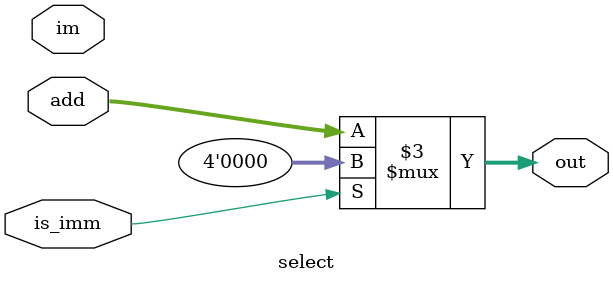
<source format=v>
module select (
	input [0:3] add,
	input [0:3] im,
	input is_imm,
	output [0:3] out
);
	assign	out=(is_imm==1'b0)? add:3'b000;
endmodule
</source>
